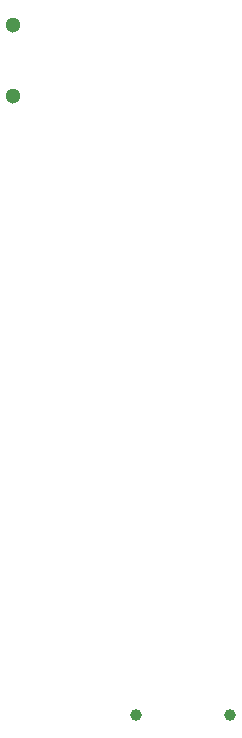
<source format=gbr>
%TF.GenerationSoftware,KiCad,Pcbnew,9.0.6-9.0.6~ubuntu24.04.1*%
%TF.CreationDate,2026-01-10T11:13:37+03:00*%
%TF.ProjectId,Dreamstalker-PRO-v2,44726561-6d73-4746-916c-6b65722d5052,2.4*%
%TF.SameCoordinates,Original*%
%TF.FileFunction,NonPlated,1,2,NPTH,Drill*%
%TF.FilePolarity,Positive*%
%FSLAX46Y46*%
G04 Gerber Fmt 4.6, Leading zero omitted, Abs format (unit mm)*
G04 Created by KiCad (PCBNEW 9.0.6-9.0.6~ubuntu24.04.1) date 2026-01-10 11:13:37*
%MOMM*%
%LPD*%
G01*
G04 APERTURE LIST*
%TA.AperFunction,ComponentDrill*%
%ADD10C,1.000000*%
%TD*%
%TA.AperFunction,ComponentDrill*%
%ADD11C,1.300000*%
%TD*%
G04 APERTURE END LIST*
D10*
%TO.C,J4*%
X146850000Y-103900000D03*
X154850000Y-103900000D03*
D11*
%TO.C,J3*%
X136500000Y-45550000D03*
X136500000Y-51550000D03*
M02*

</source>
